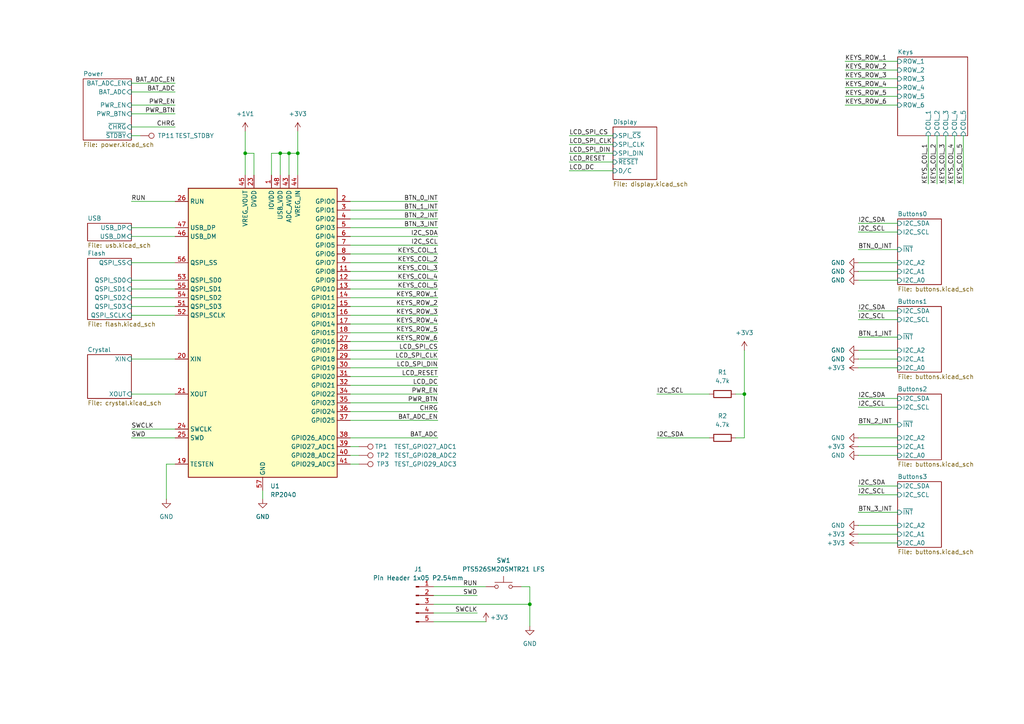
<source format=kicad_sch>
(kicad_sch (version 20231120) (generator "eeschema") (generator_version "8.0")
  (paper "A4")
  (lib_symbols
    (symbol "Connector:Conn_01x05_Pin" (pin_names (offset 1.016) hide)
      (property "Reference" "J" (at 0 7.62 0))
      (property "Value" "Conn_01x05_Pin" (at 0 -7.62 0))
      (symbol "Conn_01x05_Pin_1_1"
        (polyline (pts (xy 1.27 -5.08) (xy 0.8636 -5.08)) (stroke (width 0.1524)))
        (polyline (pts (xy 1.27 -2.54) (xy 0.8636 -2.54)) (stroke (width 0.1524)))
        (polyline (pts (xy 1.27 0) (xy 0.8636 0)) (stroke (width 0.1524)))
        (polyline (pts (xy 1.27 2.54) (xy 0.8636 2.54)) (stroke (width 0.1524)))
        (polyline (pts (xy 1.27 5.08) (xy 0.8636 5.08)) (stroke (width 0.1524)))
        (rectangle (start 0.8636 -4.953) (end 0 -5.207) (stroke (width 0.1524)) (fill (type outline)))
        (rectangle (start 0.8636 -2.413) (end 0 -2.667) (stroke (width 0.1524)) (fill (type outline)))
        (rectangle (start 0.8636 0.127) (end 0 -0.127) (stroke (width 0.1524)) (fill (type outline)))
        (rectangle (start 0.8636 2.667) (end 0 2.413) (stroke (width 0.1524)) (fill (type outline)))
        (rectangle (start 0.8636 5.207) (end 0 4.953) (stroke (width 0.1524)) (fill (type outline)))
        (pin passive line (at 5.08 5.08 180) (length 3.81) (name "Pin_1") (number "1"))
        (pin passive line (at 5.08 2.54 180) (length 3.81) (name "Pin_2") (number "2"))
        (pin passive line (at 5.08 0 180) (length 3.81) (name "Pin_3") (number "3"))
        (pin passive line (at 5.08 -2.54 180) (length 3.81) (name "Pin_4") (number "4"))
        (pin passive line (at 5.08 -5.08 180) (length 3.81) (name "Pin_5") (number "5"))
      )
    )
    (symbol "Connector:TestPoint" (pin_numbers hide) (pin_names (offset 0.762) hide)
      (property "Reference" "TP" (at 0 6.858 0))
      (property "Value" "TestPoint" (at 0 5.08 0))
      (symbol "TestPoint_0_1"
        (circle (center 0 3.302) (radius 0.762))
      )
      (symbol "TestPoint_1_1"
        (pin passive line (at 0 0 90) (length 2.54) (name "1") (number "1"))
      )
    )
    (symbol "Device:R" (pin_numbers hide) (pin_names (offset 0))
      (property "Reference" "R" (at 2.032 0 90))
      (property "Value" "R" (at 0 0 90))
      (symbol "R_0_1"
        (rectangle (start -1.016 -2.54) (end 1.016 2.54) (stroke (width 0.254)))
      )
      (symbol "R_1_1"
        (pin passive line (at 0 3.81 270) (length 1.27) (name "~") (number "1"))
        (pin passive line (at 0 -3.81 90) (length 1.27) (name "~") (number "2"))
      )
    )
    (symbol "MCU_RaspberryPi:RP2040"
      (property "Reference" "U" (at 17.78 45.72 0))
      (property "Value" "RP2040" (at 17.78 43.18 0))
      (symbol "RP2040_0_1"
        (rectangle (start -21.59 41.91) (end 21.59 -41.91) (stroke (width 0.254)) (fill (type background)))
      )
      (symbol "RP2040_1_1"
        (pin power_in line (at 2.54 45.72 270) (length 3.81) (name "IOVDD") (number "1"))
        (pin passive line (at 2.54 45.72 270) (length 3.81) hide (name "IOVDD") (number "10"))
        (pin bidirectional line (at 25.4 17.78 180) (length 3.81) (name "GPIO8") (number "11"))
        (pin bidirectional line (at 25.4 15.24 180) (length 3.81) (name "GPIO9") (number "12"))
        (pin bidirectional line (at 25.4 12.7 180) (length 3.81) (name "GPIO10") (number "13"))
        (pin bidirectional line (at 25.4 10.16 180) (length 3.81) (name "GPIO11") (number "14"))
        (pin bidirectional line (at 25.4 7.62 180) (length 3.81) (name "GPIO12") (number "15"))
        (pin bidirectional line (at 25.4 5.08 180) (length 3.81) (name "GPIO13") (number "16"))
        (pin bidirectional line (at 25.4 2.54 180) (length 3.81) (name "GPIO14") (number "17"))
        (pin bidirectional line (at 25.4 0 180) (length 3.81) (name "GPIO15") (number "18"))
        (pin input line (at -25.4 -38.1 0) (length 3.81) (name "TESTEN") (number "19"))
        (pin bidirectional line (at 25.4 38.1 180) (length 3.81) (name "GPIO0") (number "2"))
        (pin input line (at -25.4 -7.62 0) (length 3.81) (name "XIN") (number "20"))
        (pin passive line (at -25.4 -17.78 0) (length 3.81) (name "XOUT") (number "21"))
        (pin passive line (at 2.54 45.72 270) (length 3.81) hide (name "IOVDD") (number "22"))
        (pin power_in line (at -2.54 45.72 270) (length 3.81) (name "DVDD") (number "23"))
        (pin input line (at -25.4 -27.94 0) (length 3.81) (name "SWCLK") (number "24"))
        (pin bidirectional line (at -25.4 -30.48 0) (length 3.81) (name "SWD") (number "25"))
        (pin input line (at -25.4 38.1 0) (length 3.81) (name "RUN") (number "26"))
        (pin bidirectional line (at 25.4 -2.54 180) (length 3.81) (name "GPIO16") (number "27"))
        (pin bidirectional line (at 25.4 -5.08 180) (length 3.81) (name "GPIO17") (number "28"))
        (pin bidirectional line (at 25.4 -7.62 180) (length 3.81) (name "GPIO18") (number "29"))
        (pin bidirectional line (at 25.4 35.56 180) (length 3.81) (name "GPIO1") (number "3"))
        (pin bidirectional line (at 25.4 -10.16 180) (length 3.81) (name "GPIO19") (number "30"))
        (pin bidirectional line (at 25.4 -12.7 180) (length 3.81) (name "GPIO20") (number "31"))
        (pin bidirectional line (at 25.4 -15.24 180) (length 3.81) (name "GPIO21") (number "32"))
        (pin passive line (at 2.54 45.72 270) (length 3.81) hide (name "IOVDD") (number "33"))
        (pin bidirectional line (at 25.4 -17.78 180) (length 3.81) (name "GPIO22") (number "34"))
        (pin bidirectional line (at 25.4 -20.32 180) (length 3.81) (name "GPIO23") (number "35"))
        (pin bidirectional line (at 25.4 -22.86 180) (length 3.81) (name "GPIO24") (number "36"))
        (pin bidirectional line (at 25.4 -25.4 180) (length 3.81) (name "GPIO25") (number "37"))
        (pin bidirectional line (at 25.4 -30.48 180) (length 3.81) (name "GPIO26_ADC0") (number "38"))
        (pin bidirectional line (at 25.4 -33.02 180) (length 3.81) (name "GPIO27_ADC1") (number "39"))
        (pin bidirectional line (at 25.4 33.02 180) (length 3.81) (name "GPIO2") (number "4"))
        (pin bidirectional line (at 25.4 -35.56 180) (length 3.81) (name "GPIO28_ADC2") (number "40"))
        (pin bidirectional line (at 25.4 -38.1 180) (length 3.81) (name "GPIO29_ADC3") (number "41"))
        (pin passive line (at 2.54 45.72 270) (length 3.81) hide (name "IOVDD") (number "42"))
        (pin power_in line (at 7.62 45.72 270) (length 3.81) (name "ADC_AVDD") (number "43"))
        (pin power_in line (at 10.16 45.72 270) (length 3.81) (name "VREG_IN") (number "44"))
        (pin power_out line (at -5.08 45.72 270) (length 3.81) (name "VREG_VOUT") (number "45"))
        (pin bidirectional line (at -25.4 27.94 0) (length 3.81) (name "USB_DM") (number "46"))
        (pin bidirectional line (at -25.4 30.48 0) (length 3.81) (name "USB_DP") (number "47"))
        (pin power_in line (at 5.08 45.72 270) (length 3.81) (name "USB_VDD") (number "48"))
        (pin passive line (at 2.54 45.72 270) (length 3.81) hide (name "IOVDD") (number "49"))
        (pin bidirectional line (at 25.4 30.48 180) (length 3.81) (name "GPIO3") (number "5"))
        (pin passive line (at -2.54 45.72 270) (length 3.81) hide (name "DVDD") (number "50"))
        (pin bidirectional line (at -25.4 7.62 0) (length 3.81) (name "QSPI_SD3") (number "51"))
        (pin output line (at -25.4 5.08 0) (length 3.81) (name "QSPI_SCLK") (number "52"))
        (pin bidirectional line (at -25.4 15.24 0) (length 3.81) (name "QSPI_SD0") (number "53"))
        (pin bidirectional line (at -25.4 10.16 0) (length 3.81) (name "QSPI_SD2") (number "54"))
        (pin bidirectional line (at -25.4 12.7 0) (length 3.81) (name "QSPI_SD1") (number "55"))
        (pin bidirectional line (at -25.4 20.32 0) (length 3.81) (name "QSPI_SS") (number "56"))
        (pin power_in line (at 0 -45.72 90) (length 3.81) (name "GND") (number "57"))
        (pin bidirectional line (at 25.4 27.94 180) (length 3.81) (name "GPIO4") (number "6"))
        (pin bidirectional line (at 25.4 25.4 180) (length 3.81) (name "GPIO5") (number "7"))
        (pin bidirectional line (at 25.4 22.86 180) (length 3.81) (name "GPIO6") (number "8"))
        (pin bidirectional line (at 25.4 20.32 180) (length 3.81) (name "GPIO7") (number "9"))
      )
    )
    (symbol "Switch:SW_Push" (pin_numbers hide) (pin_names (offset 1.016) hide)
      (property "Reference" "SW" (at 1.27 2.54 0))
      (property "Value" "SW_Push" (at 0 -1.524 0))
      (symbol "SW_Push_0_1"
        (circle (center -2.032 0) (radius 0.508))
        (polyline (pts (xy 0 1.27) (xy 0 3.048)))
        (polyline (pts (xy 2.54 1.27) (xy -2.54 1.27)))
        (circle (center 2.032 0) (radius 0.508))
        (pin passive line (at -5.08 0 0) (length 2.54) (name "1") (number "1"))
        (pin passive line (at 5.08 0 180) (length 2.54) (name "2") (number "2"))
      )
    )
    (symbol "power:+1V1" (power) (pin_numbers hide) (pin_names (offset 0) hide)
      (property "Value" "+1V1" (at 0 3.556 0))
      (symbol "+1V1_0_1"
        (polyline (pts (xy -0.762 1.27) (xy 0 2.54)))
        (polyline (pts (xy 0 0) (xy 0 2.54)))
        (polyline (pts (xy 0 2.54) (xy 0.762 1.27)))
      )
      (symbol "+1V1_1_1"
        (pin power_in line (at 0 0 90) (length 0) (name "~") (number "1"))
      )
    )
    (symbol "power:+3V3" (power) (pin_numbers hide) (pin_names (offset 0) hide)
      (property "Value" "+3V3" (at 0 3.556 0))
      (symbol "+3V3_0_1"
        (polyline (pts (xy -0.762 1.27) (xy 0 2.54)))
        (polyline (pts (xy 0 0) (xy 0 2.54)))
        (polyline (pts (xy 0 2.54) (xy 0.762 1.27)))
      )
      (symbol "+3V3_1_1"
        (pin power_in line (at 0 0 90) (length 0) (name "~") (number "1"))
      )
    )
    (symbol "power:GND" (power) (pin_numbers hide) (pin_names (offset 0) hide)
      (property "Value" "GND" (at 0 -3.81 0))
      (symbol "GND_0_1"
        (polyline (pts (xy 0 0) (xy 0 -1.27) (xy 1.27 -1.27) (xy 0 -2.54) (xy -1.27 -1.27) (xy 0 -1.27)))
      )
      (symbol "GND_1_1"
        (pin power_in line (at 0 0 270) (length 0) (name "~") (number "1"))
      )
    )
  )
  (junction (at 153.67 175.26))
  (junction (at 83.82 44.45))
  (junction (at 71.12 44.45))
  (junction (at 86.36 44.45))
  (junction (at 81.28 44.45))
  (junction (at 215.9 114.3))
  (wire (pts (xy 101.6 127) (xy 127 127)))
  (wire (pts (xy 125.73 177.8) (xy 138.43 177.8)))
  (wire (pts (xy 38.1 86.36) (xy 50.8 86.36)))
  (wire (pts (xy 271.78 39.37) (xy 271.78 53.34)))
  (wire (pts (xy 248.92 78.74) (xy 260.35 78.74)))
  (wire (pts (xy 153.67 175.26) (xy 153.67 170.18)))
  (wire (pts (xy 101.6 134.62) (xy 104.14 134.62)))
  (wire (pts (xy 38.1 91.44) (xy 50.8 91.44)))
  (wire (pts (xy 101.6 116.84) (xy 127 116.84)))
  (wire (pts (xy 101.6 91.44) (xy 127 91.44)))
  (wire (pts (xy 101.6 81.28) (xy 127 81.28)))
  (wire (pts (xy 245.11 25.4) (xy 260.35 25.4)))
  (wire (pts (xy 38.1 68.58) (xy 50.8 68.58)))
  (wire (pts (xy 245.11 30.48) (xy 260.35 30.48)))
  (wire (pts (xy 101.6 68.58) (xy 127 68.58)))
  (wire (pts (xy 125.73 180.34) (xy 140.97 180.34)))
  (wire (pts (xy 125.73 175.26) (xy 153.67 175.26)))
  (wire (pts (xy 153.67 181.61) (xy 153.67 175.26)))
  (wire (pts (xy 101.6 63.5) (xy 127 63.5)))
  (wire (pts (xy 101.6 129.54) (xy 104.14 129.54)))
  (wire (pts (xy 248.92 67.31) (xy 260.35 67.31)))
  (wire (pts (xy 38.1 83.82) (xy 50.8 83.82)))
  (wire (pts (xy 81.28 44.45) (xy 81.28 50.8)))
  (wire (pts (xy 165.1 46.99) (xy 177.8 46.99)))
  (wire (pts (xy 101.6 119.38) (xy 127 119.38)))
  (wire (pts (xy 38.1 81.28) (xy 50.8 81.28)))
  (wire (pts (xy 248.92 115.57) (xy 260.35 115.57)))
  (wire (pts (xy 73.66 44.45) (xy 71.12 44.45)))
  (wire (pts (xy 248.92 129.54) (xy 260.35 129.54)))
  (wire (pts (xy 48.26 144.78) (xy 48.26 134.62)))
  (wire (pts (xy 213.36 127) (xy 215.9 127)))
  (wire (pts (xy 248.92 143.51) (xy 260.35 143.51)))
  (wire (pts (xy 101.6 66.04) (xy 127 66.04)))
  (wire (pts (xy 190.5 127) (xy 205.74 127)))
  (wire (pts (xy 190.5 114.3) (xy 205.74 114.3)))
  (wire (pts (xy 248.92 101.6) (xy 260.35 101.6)))
  (wire (pts (xy 248.92 97.79) (xy 260.35 97.79)))
  (wire (pts (xy 38.1 24.13) (xy 50.8 24.13)))
  (wire (pts (xy 101.6 99.06) (xy 127 99.06)))
  (wire (pts (xy 125.73 172.72) (xy 138.43 172.72)))
  (wire (pts (xy 78.74 44.45) (xy 81.28 44.45)))
  (wire (pts (xy 165.1 44.45) (xy 177.8 44.45)))
  (wire (pts (xy 269.24 39.37) (xy 269.24 53.34)))
  (wire (pts (xy 101.6 83.82) (xy 127 83.82)))
  (wire (pts (xy 101.6 93.98) (xy 127 93.98)))
  (wire (pts (xy 101.6 58.42) (xy 127 58.42)))
  (wire (pts (xy 248.92 123.19) (xy 260.35 123.19)))
  (wire (pts (xy 101.6 106.68) (xy 127 106.68)))
  (wire (pts (xy 215.9 127) (xy 215.9 114.3)))
  (wire (pts (xy 165.1 49.53) (xy 177.8 49.53)))
  (wire (pts (xy 248.92 154.94) (xy 260.35 154.94)))
  (wire (pts (xy 248.92 127) (xy 260.35 127)))
  (wire (pts (xy 101.6 111.76) (xy 127 111.76)))
  (wire (pts (xy 248.92 106.68) (xy 260.35 106.68)))
  (wire (pts (xy 248.92 76.2) (xy 260.35 76.2)))
  (wire (pts (xy 101.6 121.92) (xy 127 121.92)))
  (wire (pts (xy 38.1 30.48) (xy 50.8 30.48)))
  (wire (pts (xy 101.6 109.22) (xy 127 109.22)))
  (wire (pts (xy 38.1 76.2) (xy 50.8 76.2)))
  (wire (pts (xy 83.82 44.45) (xy 83.82 50.8)))
  (wire (pts (xy 38.1 66.04) (xy 50.8 66.04)))
  (wire (pts (xy 245.11 20.32) (xy 260.35 20.32)))
  (wire (pts (xy 38.1 124.46) (xy 50.8 124.46)))
  (wire (pts (xy 101.6 71.12) (xy 127 71.12)))
  (wire (pts (xy 213.36 114.3) (xy 215.9 114.3)))
  (wire (pts (xy 40.64 39.37) (xy 38.1 39.37)))
  (wire (pts (xy 248.92 152.4) (xy 260.35 152.4)))
  (wire (pts (xy 38.1 127) (xy 50.8 127)))
  (wire (pts (xy 279.4 39.37) (xy 279.4 53.34)))
  (wire (pts (xy 248.92 157.48) (xy 260.35 157.48)))
  (wire (pts (xy 38.1 36.83) (xy 50.8 36.83)))
  (wire (pts (xy 276.86 39.37) (xy 276.86 53.34)))
  (wire (pts (xy 81.28 44.45) (xy 83.82 44.45)))
  (wire (pts (xy 71.12 44.45) (xy 71.12 50.8)))
  (wire (pts (xy 76.2 142.24) (xy 76.2 144.78)))
  (wire (pts (xy 38.1 58.42) (xy 50.8 58.42)))
  (wire (pts (xy 248.92 81.28) (xy 260.35 81.28)))
  (wire (pts (xy 245.11 22.86) (xy 260.35 22.86)))
  (wire (pts (xy 153.67 170.18) (xy 151.13 170.18)))
  (wire (pts (xy 101.6 73.66) (xy 127 73.66)))
  (wire (pts (xy 248.92 64.77) (xy 260.35 64.77)))
  (wire (pts (xy 86.36 44.45) (xy 86.36 50.8)))
  (wire (pts (xy 38.1 33.02) (xy 50.8 33.02)))
  (wire (pts (xy 38.1 26.67) (xy 50.8 26.67)))
  (wire (pts (xy 248.92 148.59) (xy 260.35 148.59)))
  (wire (pts (xy 101.6 101.6) (xy 127 101.6)))
  (wire (pts (xy 101.6 104.14) (xy 127 104.14)))
  (wire (pts (xy 78.74 50.8) (xy 78.74 44.45)))
  (wire (pts (xy 248.92 92.71) (xy 260.35 92.71)))
  (wire (pts (xy 38.1 88.9) (xy 50.8 88.9)))
  (wire (pts (xy 38.1 114.3) (xy 50.8 114.3)))
  (wire (pts (xy 248.92 140.97) (xy 260.35 140.97)))
  (wire (pts (xy 245.11 27.94) (xy 260.35 27.94)))
  (wire (pts (xy 73.66 50.8) (xy 73.66 44.45)))
  (wire (pts (xy 248.92 90.17) (xy 260.35 90.17)))
  (wire (pts (xy 38.1 104.14) (xy 50.8 104.14)))
  (wire (pts (xy 101.6 86.36) (xy 127 86.36)))
  (wire (pts (xy 248.92 132.08) (xy 260.35 132.08)))
  (wire (pts (xy 101.6 96.52) (xy 127 96.52)))
  (wire (pts (xy 101.6 88.9) (xy 127 88.9)))
  (wire (pts (xy 101.6 78.74) (xy 127 78.74)))
  (wire (pts (xy 86.36 38.1) (xy 86.36 44.45)))
  (wire (pts (xy 274.32 39.37) (xy 274.32 53.34)))
  (wire (pts (xy 245.11 17.78) (xy 260.35 17.78)))
  (wire (pts (xy 48.26 134.62) (xy 50.8 134.62)))
  (wire (pts (xy 83.82 44.45) (xy 86.36 44.45)))
  (wire (pts (xy 125.73 170.18) (xy 140.97 170.18)))
  (wire (pts (xy 101.6 132.08) (xy 104.14 132.08)))
  (wire (pts (xy 165.1 39.37) (xy 177.8 39.37)))
  (wire (pts (xy 101.6 76.2) (xy 127 76.2)))
  (wire (pts (xy 248.92 72.39) (xy 260.35 72.39)))
  (wire (pts (xy 101.6 114.3) (xy 127 114.3)))
  (wire (pts (xy 248.92 104.14) (xy 260.35 104.14)))
  (wire (pts (xy 165.1 41.91) (xy 177.8 41.91)))
  (wire (pts (xy 215.9 114.3) (xy 215.9 101.6)))
  (wire (pts (xy 248.92 118.11) (xy 260.35 118.11)))
  (wire (pts (xy 101.6 60.96) (xy 127 60.96)))
  (wire (pts (xy 71.12 38.1) (xy 71.12 44.45)))
  (label "KEYS_COL_3" (at 274.32 53.34 90))
  (label "LCD_SPI_CS" (at 165.1 39.37 0))
  (label "I2C_SDA" (at 248.92 140.97 0))
  (label "CHRG" (at 50.8 36.83 180))
  (label "KEYS_COL_5" (at 279.4 53.34 90))
  (label "LCD_SPI_DIN" (at 127 106.68 180))
  (label "I2C_SDA" (at 190.5 127 0))
  (label "BAT_ADC_EN" (at 50.8 24.13 180))
  (label "LCD_RESET" (at 165.1 46.99 0))
  (label "KEYS_ROW_6" (at 245.11 30.48 0))
  (label "PWR_BTN" (at 50.8 33.02 180))
  (label "KEYS_ROW_6" (at 127 99.06 180))
  (label "I2C_SDA" (at 248.92 115.57 0))
  (label "BAT_ADC" (at 50.8 26.67 180))
  (label "KEYS_ROW_5" (at 127 96.52 180))
  (label "SWCLK" (at 138.43 177.8 180))
  (label "LCD_SPI_CLK" (at 127 104.14 180))
  (label "PWR_EN" (at 50.8 30.48 180))
  (label "I2C_SDA" (at 248.92 90.17 0))
  (label "LCD_DC" (at 165.1 49.53 0))
  (label "KEYS_ROW_3" (at 245.11 22.86 0))
  (label "RUN" (at 38.1 58.42 0))
  (label "KEYS_COL_2" (at 127 76.2 180))
  (label "PWR_BTN" (at 127 116.84 180))
  (label "BTN_0_INT" (at 127 58.42 180))
  (label "KEYS_ROW_2" (at 127 88.9 180))
  (label "SWCLK" (at 38.1 124.46 0))
  (label "BTN_2_INT" (at 127 63.5 180))
  (label "RUN" (at 138.43 170.18 180))
  (label "I2C_SDA" (at 127 68.58 180))
  (label "KEYS_ROW_4" (at 245.11 25.4 0))
  (label "I2C_SCL" (at 248.92 143.51 0))
  (label "KEYS_ROW_2" (at 245.11 20.32 0))
  (label "PWR_EN" (at 127 114.3 180))
  (label "I2C_SCL" (at 248.92 67.31 0))
  (label "CHRG" (at 127 119.38 180))
  (label "SWD" (at 138.43 172.72 180))
  (label "KEYS_COL_2" (at 271.78 53.34 90))
  (label "BTN_1_INT" (at 248.92 97.79 0))
  (label "SWD" (at 38.1 127 0))
  (label "LCD_SPI_CLK" (at 165.1 41.91 0))
  (label "LCD_RESET" (at 127 109.22 180))
  (label "BTN_1_INT" (at 127 60.96 180))
  (label "BAT_ADC_EN" (at 127 121.92 180))
  (label "BTN_2_INT" (at 248.92 123.19 0))
  (label "KEYS_COL_1" (at 269.24 53.34 90))
  (label "I2C_SCL" (at 190.5 114.3 0))
  (label "I2C_SCL" (at 248.92 92.71 0))
  (label "BTN_3_INT" (at 127 66.04 180))
  (label "I2C_SCL" (at 248.92 118.11 0))
  (label "LCD_DC" (at 127 111.76 180))
  (label "KEYS_ROW_5" (at 245.11 27.94 0))
  (label "I2C_SCL" (at 127 71.12 180))
  (label "BTN_3_INT" (at 248.92 148.59 0))
  (label "KEYS_ROW_3" (at 127 91.44 180))
  (label "KEYS_ROW_1" (at 127 86.36 180))
  (label "LCD_SPI_CS" (at 127 101.6 180))
  (label "KEYS_COL_4" (at 276.86 53.34 90))
  (label "KEYS_COL_1" (at 127 73.66 180))
  (label "BAT_ADC" (at 127 127 180))
  (label "BTN_0_INT" (at 248.92 72.39 0))
  (label "KEYS_ROW_4" (at 127 93.98 180))
  (label "LCD_SPI_DIN" (at 165.1 44.45 0))
  (label "KEYS_COL_3" (at 127 78.74 180))
  (label "KEYS_COL_5" (at 127 83.82 180))
  (label "I2C_SDA" (at 248.92 64.77 0))
  (label "KEYS_ROW_1" (at 245.11 17.78 0))
  (label "KEYS_COL_4" (at 127 81.28 180))
  (symbol (lib_id "Device:R") (at 209.55 127 90) (unit 1)
    (property "Reference" "R2" (at 209.55 120.65 90))
    (property "Value" "4.7k" (at 209.55 123.19 90))
    (property "Footprint" "Resistor_SMD:R_0603_1608Metric_Pad0.98x0.95mm_HandSolder" (effects (hide yes)))
    (property "Description" "Resistor" (effects (hide yes)))
  )
  (symbol (lib_id "power:GND") (at 76.2 144.78 0) (unit 1)
    (property "Reference" "#PWR014" (effects (hide yes)))
    (property "Value" "GND" (at 76.2 149.86 0))
    (property "Description" "Power symbol creates a global label with name \"GND\" , ground" (effects (hide yes)))
  )
  (symbol (lib_id "MCU_RaspberryPi:RP2040") (at 76.2 96.52 0) (unit 1)
    (property "Reference" "U1" (at 78.3941 140.97 0) (effects (justify left)))
    (property "Value" "RP2040" (at 78.3941 143.51 0) (effects (justify left)))
    (property "Footprint" "Package_DFN_QFN:QFN-56-1EP_7x7mm_P0.4mm_EP3.2x3.2mm" (effects (hide yes)))
    (property "Datasheet" "https://datasheets.raspberrypi.com/rp2040/rp2040-datasheet.pdf" (effects (hide yes)))
    (property "Description" "A microcontroller by Raspberry Pi" (effects (hide yes)))
  )
  (symbol (lib_id "power:GND") (at 248.92 101.6 270) (unit 1)
    (property "Reference" "#PWR07" (effects (hide yes)))
    (property "Value" "GND" (at 245.11 101.5999 90) (effects (justify right)))
    (property "Description" "Power symbol creates a global label with name \"GND\" , ground" (effects (hide yes)))
  )
  (symbol (lib_id "power:GND") (at 248.92 76.2 270) (unit 1)
    (property "Reference" "#PWR03" (effects (hide yes)))
    (property "Value" "GND" (at 245.11 76.1999 90) (effects (justify right)))
    (property "Description" "Power symbol creates a global label with name \"GND\" , ground" (effects (hide yes)))
  )
  (symbol (lib_id "power:GND") (at 248.92 104.14 270) (unit 1)
    (property "Reference" "#PWR08" (effects (hide yes)))
    (property "Value" "GND" (at 245.11 104.1399 90) (effects (justify right)))
    (property "Description" "Power symbol creates a global label with name \"GND\" , ground" (effects (hide yes)))
  )
  (symbol (lib_id "power:GND") (at 248.92 81.28 270) (unit 1)
    (property "Reference" "#PWR05" (effects (hide yes)))
    (property "Value" "GND" (at 245.11 81.2799 90) (effects (justify right)))
    (property "Description" "Power symbol creates a global label with name \"GND\" , ground" (effects (hide yes)))
  )
  (symbol (lib_id "power:+3V3") (at 248.92 106.68 90) (unit 1)
    (property "Reference" "#PWR09" (effects (hide yes)))
    (property "Value" "+3V3" (at 245.11 106.6799 90) (effects (justify left)))
    (property "Description" "Power symbol creates a global label with name \"+3V3\"" (effects (hide yes)))
  )
  (symbol (lib_id "power:GND") (at 248.92 78.74 270) (unit 1)
    (property "Reference" "#PWR04" (effects (hide yes)))
    (property "Value" "GND" (at 245.11 78.7399 90) (effects (justify right)))
    (property "Description" "Power symbol creates a global label with name \"GND\" , ground" (effects (hide yes)))
  )
  (symbol (lib_id "power:+3V3") (at 248.92 157.48 90) (unit 1)
    (property "Reference" "#PWR017" (effects (hide yes)))
    (property "Value" "+3V3" (at 245.11 157.4799 90) (effects (justify left)))
    (property "Description" "Power symbol creates a global label with name \"+3V3\"" (effects (hide yes)))
  )
  (symbol (lib_id "Connector:TestPoint") (at 104.14 132.08 270) (unit 1)
    (property "Reference" "TP2" (at 109.22 132.08 90) (effects (justify left)))
    (property "Value" "TEST_GPIO28_ADC2" (at 114.3 132.08 90) (effects (justify left)))
    (property "Footprint" "TestPoint:TestPoint_Pad_D1.0mm" (effects (hide yes)))
    (property "Description" "test point" (effects (hide yes)))
  )
  (symbol (lib_id "power:GND") (at 248.92 127 270) (unit 1)
    (property "Reference" "#PWR010" (effects (hide yes)))
    (property "Value" "GND" (at 245.11 126.9999 90) (effects (justify right)))
    (property "Description" "Power symbol creates a global label with name \"GND\" , ground" (effects (hide yes)))
  )
  (symbol (lib_id "power:GND") (at 153.67 181.61 0) (mirror y) (unit 1)
    (property "Reference" "#PWR019" (effects (hide yes)))
    (property "Value" "GND" (at 153.67 186.69 0))
    (property "Description" "Power symbol creates a global label with name \"GND\" , ground" (effects (hide yes)))
  )
  (symbol (lib_id "Connector:TestPoint") (at 104.14 134.62 270) (unit 1)
    (property "Reference" "TP3" (at 109.22 134.62 90) (effects (justify left)))
    (property "Value" "TEST_GPIO29_ADC3" (at 114.3 134.62 90) (effects (justify left)))
    (property "Footprint" "TestPoint:TestPoint_Pad_D1.0mm" (effects (hide yes)))
    (property "Description" "test point" (effects (hide yes)))
  )
  (symbol (lib_id "Connector:TestPoint") (at 40.64 39.37 270) (unit 1)
    (property "Reference" "TP11" (at 45.72 39.37 90) (effects (justify left)))
    (property "Value" "TEST_STDBY" (at 50.8 39.37 90) (effects (justify left)))
    (property "Footprint" "TestPoint:TestPoint_Pad_D1.0mm" (effects (hide yes)))
    (property "Description" "test point" (effects (hide yes)))
  )
  (symbol (lib_id "Connector:TestPoint") (at 104.14 129.54 270) (unit 1)
    (property "Reference" "TP1" (at 108.712 129.54 90) (effects (justify left)))
    (property "Value" "TEST_GPIO27_ADC1" (at 114.3 129.54 90) (effects (justify left)))
    (property "Footprint" "TestPoint:TestPoint_Pad_D1.0mm" (effects (hide yes)))
    (property "Description" "test point" (effects (hide yes)))
  )
  (symbol (lib_id "power:+3V3") (at 248.92 154.94 90) (unit 1)
    (property "Reference" "#PWR016" (effects (hide yes)))
    (property "Value" "+3V3" (at 245.11 154.9399 90) (effects (justify left)))
    (property "Description" "Power symbol creates a global label with name \"+3V3\"" (effects (hide yes)))
  )
  (symbol (lib_id "power:GND") (at 48.26 144.78 0) (unit 1)
    (property "Reference" "#PWR013" (effects (hide yes)))
    (property "Value" "GND" (at 48.26 149.86 0))
    (property "Description" "Power symbol creates a global label with name \"GND\" , ground" (effects (hide yes)))
  )
  (symbol (lib_id "Switch:SW_Push") (at 146.05 170.18 0) (unit 1)
    (property "Reference" "SW1" (at 146.05 162.56 0))
    (property "Value" "PTS526SM20SMTR21 LFS" (at 146.05 165.1 0))
    (property "Footprint" "Button_Switch_SMD:SW_Push_1P1T_XKB_TS-1187A" (effects (hide yes)))
    (property "Description" "Push button switch, generic, two pins" (effects (hide yes)))
  )
  (symbol (lib_id "Device:R") (at 209.55 114.3 90) (unit 1)
    (property "Reference" "R1" (at 209.55 107.95 90))
    (property "Value" "4.7k" (at 209.55 110.49 90))
    (property "Footprint" "Resistor_SMD:R_0603_1608Metric_Pad0.98x0.95mm_HandSolder" (effects (hide yes)))
    (property "Description" "Resistor" (effects (hide yes)))
  )
  (symbol (lib_id "power:+3V3") (at 215.9 101.6 0) (unit 1)
    (property "Reference" "#PWR06" (effects (hide yes)))
    (property "Value" "+3V3" (at 215.9 96.52 0))
    (property "Description" "Power symbol creates a global label with name \"+3V3\"" (effects (hide yes)))
  )
  (symbol (lib_id "power:+3V3") (at 248.92 129.54 90) (unit 1)
    (property "Reference" "#PWR011" (effects (hide yes)))
    (property "Value" "+3V3" (at 245.11 129.5399 90) (effects (justify left)))
    (property "Description" "Power symbol creates a global label with name \"+3V3\"" (effects (hide yes)))
  )
  (symbol (lib_id "power:+1V1") (at 71.12 38.1 0) (unit 1)
    (property "Reference" "#PWR01" (effects (hide yes)))
    (property "Value" "+1V1" (at 71.12 33.02 0))
    (property "Description" "Power symbol creates a global label with name \"+1V1\"" (effects (hide yes)))
  )
  (symbol (lib_id "power:GND") (at 248.92 132.08 270) (unit 1)
    (property "Reference" "#PWR012" (effects (hide yes)))
    (property "Value" "GND" (at 245.11 132.0799 90) (effects (justify right)))
    (property "Description" "Power symbol creates a global label with name \"GND\" , ground" (effects (hide yes)))
  )
  (symbol (lib_id "power:+3V3") (at 140.97 180.34 0) (unit 1)
    (property "Reference" "#PWR018" (effects (hide yes)))
    (property "Value" "+3V3" (at 144.78 179.07 0))
    (property "Description" "Power symbol creates a global label with name \"+3V3\"" (effects (hide yes)))
  )
  (symbol (lib_id "Connector:Conn_01x05_Pin") (at 120.65 175.26 0) (unit 1)
    (property "Reference" "J1" (at 121.285 165.1 0))
    (property "Value" "Pin Header 1x05 P2.54mm" (at 121.285 167.64 0))
    (property "Footprint" "Connector_PinHeader_2.54mm:PinHeader_1x05_P2.54mm_Vertical" (effects (hide yes)))
    (property "Description" "Generic connector, single row, 01x05, script generated" (effects (hide yes)))
  )
  (symbol (lib_id "power:+3V3") (at 86.36 38.1 0) (unit 1)
    (property "Reference" "#PWR02" (effects (hide yes)))
    (property "Value" "+3V3" (at 86.36 33.02 0))
    (property "Description" "Power symbol creates a global label with name \"+3V3\"" (effects (hide yes)))
  )
  (symbol (lib_id "power:GND") (at 248.92 152.4 270) (unit 1)
    (property "Reference" "#PWR015" (effects (hide yes)))
    (property "Value" "GND" (at 245.11 152.3999 90) (effects (justify right)))
    (property "Description" "Power symbol creates a global label with name \"GND\" , ground" (effects (hide yes)))
  )
  (sheet (at 24.13 22.86) (size 13.97 17.78) (stroke (width 0.1524))
    (property "Sheetname" "Power" (at 24.13 22.1484 0) (effects (justify left bottom)))
    (property "Sheetfile" "power.kicad_sch" (at 24.13 41.2246 0) (effects (justify left top)))
    (pin "BAT_ADC" input (at 38.1 26.67 0))
    (pin "PWR_EN" input (at 38.1 30.48 0))
    (pin "PWR_BTN" input (at 38.1 33.02 0))
    (pin "BAT_ADC_EN" input (at 38.1 24.13 0))
    (pin "~{CHRG}" input (at 38.1 36.83 0))
    (pin "~{STDBY}" input (at 38.1 39.37 0))
  )
  (sheet (at 260.35 88.9) (size 12.7 19.05) (stroke (width 0.1524))
    (property "Sheetname" "Buttons1" (at 260.35 88.1884 0) (effects (justify left bottom)))
    (property "Sheetfile" "buttons.kicad_sch" (at 260.35 108.5346 0) (effects (justify left top)))
    (pin "I2C_A0" input (at 260.35 106.68 180))
    (pin "I2C_A1" input (at 260.35 104.14 180))
    (pin "I2C_A2" input (at 260.35 101.6 180))
    (pin "~{INT}" input (at 260.35 97.79 180))
    (pin "I2C_SDA" input (at 260.35 90.17 180))
    (pin "I2C_SCL" input (at 260.35 92.71 180))
  )
  (sheet (at 25.4 74.93) (size 12.7 17.78) (stroke (width 0.1524))
    (property "Sheetname" "Flash" (at 25.4 74.2184 0) (effects (justify left bottom)))
    (property "Sheetfile" "flash.kicad_sch" (at 25.4 93.2946 0) (effects (justify left top)))
    (pin "QSPI_SD0" input (at 38.1 81.28 0))
    (pin "QSPI_SCLK" input (at 38.1 91.44 0))
    (pin "QSPI_SD2" input (at 38.1 86.36 0))
    (pin "QSPI_SD3" input (at 38.1 88.9 0))
    (pin "QSPI_SD1" input (at 38.1 83.82 0))
    (pin "QSPI_SS" input (at 38.1 76.2 0))
  )
  (sheet (at 25.4 64.77) (size 12.7 5.08) (stroke (width 0.1524))
    (property "Sheetname" "USB" (at 25.4 64.0584 0) (effects (justify left bottom)))
    (property "Sheetfile" "usb.kicad_sch" (at 25.4 70.4346 0) (effects (justify left top)))
    (pin "USB_DM" input (at 38.1 68.58 0))
    (pin "USB_DP" input (at 38.1 66.04 0))
  )
  (sheet (at 260.35 63.5) (size 12.7 19.05) (stroke (width 0.1524))
    (property "Sheetname" "Buttons0" (at 260.35 62.7884 0) (effects (justify left bottom)))
    (property "Sheetfile" "buttons.kicad_sch" (at 260.35 83.1346 0) (effects (justify left top)))
    (pin "I2C_A0" input (at 260.35 81.28 180))
    (pin "I2C_A1" input (at 260.35 78.74 180))
    (pin "I2C_A2" input (at 260.35 76.2 180))
    (pin "~{INT}" input (at 260.35 72.39 180))
    (pin "I2C_SDA" input (at 260.35 64.77 180))
    (pin "I2C_SCL" input (at 260.35 67.31 180))
  )
  (sheet (at 260.35 114.3) (size 12.7 19.05) (stroke (width 0.1524))
    (property "Sheetname" "Buttons2" (at 260.35 113.5884 0) (effects (justify left bottom)))
    (property "Sheetfile" "buttons.kicad_sch" (at 260.35 133.9346 0) (effects (justify left top)))
    (pin "I2C_A0" input (at 260.35 132.08 180))
    (pin "I2C_A1" input (at 260.35 129.54 180))
    (pin "I2C_A2" input (at 260.35 127 180))
    (pin "~{INT}" input (at 260.35 123.19 180))
    (pin "I2C_SDA" input (at 260.35 115.57 180))
    (pin "I2C_SCL" input (at 260.35 118.11 180))
  )
  (sheet (at 260.35 16.51) (size 20.32 22.86) (stroke (width 0.1524))
    (property "Sheetname" "Keys" (at 260.35 15.7984 0) (effects (justify left bottom)))
    (property "Sheetfile" "keys.kicad_sch" (effects (hide yes)))
    (pin "COL_5" input (at 279.4 39.37 270))
    (pin "ROW_2" input (at 260.35 20.32 180))
    (pin "ROW_1" input (at 260.35 17.78 180))
    (pin "ROW_3" input (at 260.35 22.86 180))
    (pin "ROW_4" input (at 260.35 25.4 180))
    (pin "ROW_6" input (at 260.35 30.48 180))
    (pin "ROW_5" input (at 260.35 27.94 180))
    (pin "COL_1" input (at 269.24 39.37 270))
    (pin "COL_2" input (at 271.78 39.37 270))
    (pin "COL_3" input (at 274.32 39.37 270))
    (pin "COL_4" input (at 276.86 39.37 270))
  )
  (sheet (at 260.35 139.7) (size 12.7 19.05) (stroke (width 0.1524))
    (property "Sheetname" "Buttons3" (at 260.35 138.9884 0) (effects (justify left bottom)))
    (property "Sheetfile" "buttons.kicad_sch" (at 260.35 159.3346 0) (effects (justify left top)))
    (pin "I2C_A0" input (at 260.35 157.48 180))
    (pin "I2C_A1" input (at 260.35 154.94 180))
    (pin "I2C_A2" input (at 260.35 152.4 180))
    (pin "~{INT}" input (at 260.35 148.59 180))
    (pin "I2C_SDA" input (at 260.35 140.97 180))
    (pin "I2C_SCL" input (at 260.35 143.51 180))
  )
  (sheet (at 177.8 36.83) (size 12.7 15.24) (stroke (width 0.1524))
    (property "Sheetname" "Display" (at 177.8 36.1184 0) (effects (justify left bottom)))
    (property "Sheetfile" "display.kicad_sch" (at 177.8 52.6546 0) (effects (justify left top)))
    (pin "SPI_DIN" input (at 177.8 44.45 180))
    (pin "SPI_CLK" input (at 177.8 41.91 180))
    (pin "SPI_~{CS}" input (at 177.8 39.37 180))
    (pin "~{RESET}" input (at 177.8 46.99 180))
    (pin "D{slash}C" input (at 177.8 49.53 180))
  )
  (sheet (at 25.4 102.87) (size 12.7 12.7) (stroke (width 0.1524))
    (property "Sheetname" "Crystal" (at 25.4 102.1584 0) (effects (justify left bottom)))
    (property "Sheetfile" "crystal.kicad_sch" (at 25.4 116.1546 0) (effects (justify left top)))
    (pin "XIN" input (at 38.1 104.14 0))
    (pin "XOUT" input (at 38.1 114.3 0))
  )
)
</source>
